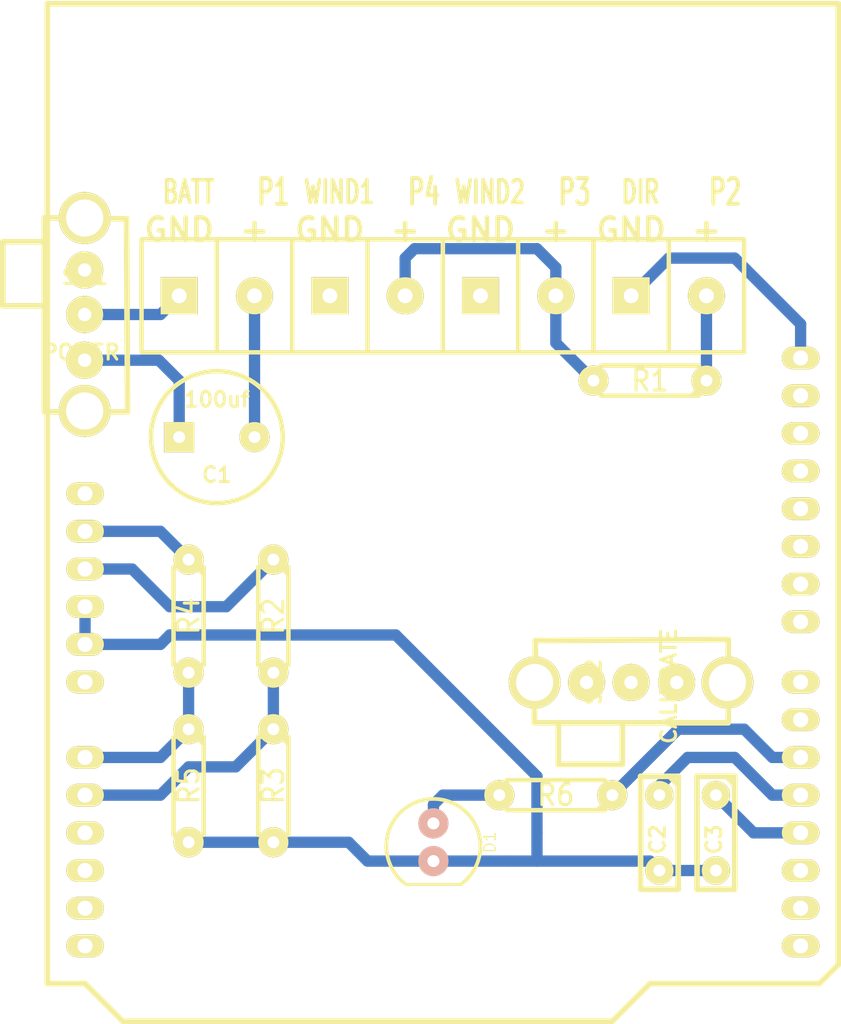
<source format=kicad_pcb>
(kicad_pcb (version 3) (host pcbnew "(2013-07-07 BZR 4022)-stable")

  (general
    (links 32)
    (no_connects 9)
    (area 0 0 0 0)
    (thickness 1.6)
    (drawings 0)
    (tracks 62)
    (zones 0)
    (modules 17)
    (nets 13)
  )

  (page A3)
  (layers
    (15 F.Cu signal)
    (0 B.Cu signal)
    (16 B.Adhes user)
    (17 F.Adhes user)
    (18 B.Paste user)
    (19 F.Paste user)
    (20 B.SilkS user)
    (21 F.SilkS user)
    (22 B.Mask user)
    (23 F.Mask user)
    (24 Dwgs.User user)
    (25 Cmts.User user)
    (26 Eco1.User user)
    (27 Eco2.User user)
    (28 Edge.Cuts user)
  )

  (setup
    (last_trace_width 0.762)
    (trace_clearance 0.254)
    (zone_clearance 0.508)
    (zone_45_only no)
    (trace_min 0.254)
    (segment_width 0.2)
    (edge_width 0.15)
    (via_size 0.889)
    (via_drill 0.635)
    (via_min_size 0.889)
    (via_min_drill 0.508)
    (uvia_size 0.508)
    (uvia_drill 0.127)
    (uvias_allowed no)
    (uvia_min_size 0.508)
    (uvia_min_drill 0.127)
    (pcb_text_width 0.3)
    (pcb_text_size 1.5 1.5)
    (mod_edge_width 0.15)
    (mod_text_size 1.5 1.5)
    (mod_text_width 0.15)
    (pad_size 1.4 1.4)
    (pad_drill 0.6)
    (pad_to_mask_clearance 0.2)
    (aux_axis_origin 0 0)
    (visible_elements FFFFFFBF)
    (pcbplotparams
      (layerselection 3178497)
      (usegerberextensions true)
      (excludeedgelayer true)
      (linewidth 0.150000)
      (plotframeref false)
      (viasonmask false)
      (mode 1)
      (useauxorigin false)
      (hpglpennumber 1)
      (hpglpenspeed 20)
      (hpglpendiameter 15)
      (hpglpenoverlay 2)
      (psnegative false)
      (psa4output false)
      (plotreference true)
      (plotvalue true)
      (plotothertext true)
      (plotinvisibletext false)
      (padsonsilk false)
      (subtractmaskfromsilk false)
      (outputformat 1)
      (mirror false)
      (drillshape 1)
      (scaleselection 1)
      (outputdirectory ""))
  )

  (net 0 "")
  (net 1 +BATT)
  (net 2 GND)
  (net 3 N-000001)
  (net 4 N-0000014)
  (net 5 N-0000018)
  (net 6 N-000002)
  (net 7 N-0000026)
  (net 8 N-0000027)
  (net 9 N-000003)
  (net 10 N-000006)
  (net 11 N-000007)
  (net 12 N-000008)

  (net_class Default "This is the default net class."
    (clearance 0.254)
    (trace_width 0.762)
    (via_dia 0.889)
    (via_drill 0.635)
    (uvia_dia 0.508)
    (uvia_drill 0.127)
    (add_net "")
    (add_net +BATT)
    (add_net GND)
    (add_net N-000001)
    (add_net N-0000014)
    (add_net N-0000018)
    (add_net N-000002)
    (add_net N-0000026)
    (add_net N-0000027)
    (add_net N-000003)
    (add_net N-000006)
    (add_net N-000007)
    (add_net N-000008)
  )

  (module SW_SPDT_rapid_760271 (layer F.Cu) (tedit 4E381529) (tstamp 53BEAE50)
    (at 53.975 45.72 180)
    (descr "Switch inverseur")
    (tags "SWITCH DEV")
    (path /53BEAF7F)
    (fp_text reference SW1 (at 0 2.54 360) (layer F.SilkS)
      (effects (font (size 1.016 1.016) (thickness 0.2032)))
    )
    (fp_text value POWER (at 0.254 -2.54 360) (layer F.SilkS)
      (effects (font (size 1.016 1.016) (thickness 0.2032)))
    )
    (fp_line (start -2.794 6.4516) (end 2.7432 6.5278) (layer F.SilkS) (width 0.381))
    (fp_line (start 2.7432 6.5278) (end 2.7432 -6.5532) (layer F.SilkS) (width 0.381))
    (fp_line (start -2.8702 -6.5532) (end -2.794 6.477) (layer F.SilkS) (width 0.381))
    (fp_line (start -2.8702 -6.5532) (end 2.7178 -6.5532) (layer F.SilkS) (width 0.381))
    (fp_line (start 3.00482 4.90982) (end 5.54482 4.90982) (layer F.SilkS) (width 0.381))
    (fp_line (start 5.54482 4.90982) (end 5.54482 0.59182) (layer F.SilkS) (width 0.381))
    (fp_line (start 5.54482 0.59182) (end 3.00482 0.59182) (layer F.SilkS) (width 0.381))
    (pad 2 thru_hole circle (at 0.0254 0.00762 180) (size 2.49936 2.49936) (drill 0.89916)
      (layers *.Cu *.Mask F.SilkS)
      (net 3 N-000001)
    )
    (pad 1 thru_hole circle (at 0.0254 -3.0734 180) (size 2.49936 2.49936) (drill 0.89916)
      (layers *.Cu *.Mask F.SilkS)
      (net 1 +BATT)
    )
    (pad 3 thru_hole circle (at 0.0254 3.00736 180) (size 2.49936 2.49936) (drill 0.89916)
      (layers *.Cu *.Mask F.SilkS)
    )
    (pad 4 thru_hole circle (at 0.0254 -6.49224 180) (size 3.50012 3.50012) (drill 2.49936)
      (layers *.Cu *.Mask F.SilkS)
    )
    (pad 5 thru_hole circle (at 0.0254 6.50748 180) (size 3.50012 3.50012) (drill 2.49936)
      (layers *.Cu *.Mask F.SilkS)
    )
  )

  (module SW_SPDT_rapid_760271 (layer F.Cu) (tedit 4E381529) (tstamp 53BEAE60)
    (at 90.805 70.485 270)
    (descr "Switch inverseur")
    (tags "SWITCH DEV")
    (path /53BEAF66)
    (fp_text reference SW2 (at 0 2.54 450) (layer F.SilkS)
      (effects (font (size 1.016 1.016) (thickness 0.2032)))
    )
    (fp_text value CALIBRATE (at 0.254 -2.54 450) (layer F.SilkS)
      (effects (font (size 1.016 1.016) (thickness 0.2032)))
    )
    (fp_line (start -2.794 6.4516) (end 2.7432 6.5278) (layer F.SilkS) (width 0.381))
    (fp_line (start 2.7432 6.5278) (end 2.7432 -6.5532) (layer F.SilkS) (width 0.381))
    (fp_line (start -2.8702 -6.5532) (end -2.794 6.477) (layer F.SilkS) (width 0.381))
    (fp_line (start -2.8702 -6.5532) (end 2.7178 -6.5532) (layer F.SilkS) (width 0.381))
    (fp_line (start 3.00482 4.90982) (end 5.54482 4.90982) (layer F.SilkS) (width 0.381))
    (fp_line (start 5.54482 4.90982) (end 5.54482 0.59182) (layer F.SilkS) (width 0.381))
    (fp_line (start 5.54482 0.59182) (end 3.00482 0.59182) (layer F.SilkS) (width 0.381))
    (pad 2 thru_hole circle (at 0.0254 0.00762 270) (size 2.49936 2.49936) (drill 0.89916)
      (layers *.Cu *.Mask F.SilkS)
      (net 2 GND)
    )
    (pad 1 thru_hole circle (at 0.0254 -3.0734 270) (size 2.49936 2.49936) (drill 0.89916)
      (layers *.Cu *.Mask F.SilkS)
      (net 6 N-000002)
    )
    (pad 3 thru_hole circle (at 0.0254 3.00736 270) (size 2.49936 2.49936) (drill 0.89916)
      (layers *.Cu *.Mask F.SilkS)
    )
    (pad 4 thru_hole circle (at 0.0254 -6.49224 270) (size 3.50012 3.50012) (drill 2.49936)
      (layers *.Cu *.Mask F.SilkS)
    )
    (pad 5 thru_hole circle (at 0.0254 6.50748 270) (size 3.50012 3.50012) (drill 2.49936)
      (layers *.Cu *.Mask F.SilkS)
    )
  )

  (module SIL-2_screw_terminal (layer F.Cu) (tedit 5319E33E) (tstamp 53BEAE6D)
    (at 60.325 44.45)
    (descr "Connecteurs 2 pins")
    (tags "CONN DEV")
    (path /53BEA9F6)
    (fp_text reference P1 (at 6.35 -6.985) (layer F.SilkS)
      (effects (font (size 1.72974 1.08712) (thickness 0.27178)))
    )
    (fp_text value BATT (at 0.635 -6.985) (layer F.SilkS)
      (effects (font (size 1.524 1.016) (thickness 0.254)))
    )
    (fp_line (start -2.54 3.81) (end 7.62 3.81) (layer F.SilkS) (width 0.3))
    (fp_line (start -2.54 -3.81) (end 7.62 -3.81) (layer F.SilkS) (width 0.3))
    (fp_line (start 7.62 3.81) (end 7.62 -3.81) (layer F.SilkS) (width 0.3))
    (fp_line (start 2.54 -3.81) (end 2.54 3.81) (layer F.SilkS) (width 0.3))
    (fp_line (start -2.54 3.81) (end -2.54 -3.81) (layer F.SilkS) (width 0.3))
    (fp_text user GND (at 0 -4.445) (layer F.SilkS)
      (effects (font (size 1.524 1.524) (thickness 0.3048)))
    )
    (fp_text user + (at 5.08 -4.445) (layer F.SilkS)
      (effects (font (size 1.524 1.524) (thickness 0.3048)))
    )
    (pad 1 thru_hole rect (at 0 0) (size 2.49936 2.49936) (drill 1.00076)
      (layers *.Cu *.Mask F.SilkS)
      (net 3 N-000001)
    )
    (pad 2 thru_hole circle (at 5.08 0) (size 2.49936 2.49936) (drill 1.00076)
      (layers *.Cu *.Mask F.SilkS)
      (net 10 N-000006)
    )
  )

  (module SIL-2_screw_terminal (layer F.Cu) (tedit 5319E33E) (tstamp 53BEAE7A)
    (at 70.485 44.45)
    (descr "Connecteurs 2 pins")
    (tags "CONN DEV")
    (path /53BEAA05)
    (fp_text reference P4 (at 6.35 -6.985) (layer F.SilkS)
      (effects (font (size 1.72974 1.08712) (thickness 0.27178)))
    )
    (fp_text value WIND1 (at 0.635 -6.985) (layer F.SilkS)
      (effects (font (size 1.524 1.016) (thickness 0.254)))
    )
    (fp_line (start -2.54 3.81) (end 7.62 3.81) (layer F.SilkS) (width 0.3))
    (fp_line (start -2.54 -3.81) (end 7.62 -3.81) (layer F.SilkS) (width 0.3))
    (fp_line (start 7.62 3.81) (end 7.62 -3.81) (layer F.SilkS) (width 0.3))
    (fp_line (start 2.54 -3.81) (end 2.54 3.81) (layer F.SilkS) (width 0.3))
    (fp_line (start -2.54 3.81) (end -2.54 -3.81) (layer F.SilkS) (width 0.3))
    (fp_text user GND (at 0 -4.445) (layer F.SilkS)
      (effects (font (size 1.524 1.524) (thickness 0.3048)))
    )
    (fp_text user + (at 5.08 -4.445) (layer F.SilkS)
      (effects (font (size 1.524 1.524) (thickness 0.3048)))
    )
    (pad 1 thru_hole rect (at 0 0) (size 2.49936 2.49936) (drill 1.00076)
      (layers *.Cu *.Mask F.SilkS)
      (net 8 N-0000027)
    )
    (pad 2 thru_hole circle (at 5.08 0) (size 2.49936 2.49936) (drill 1.00076)
      (layers *.Cu *.Mask F.SilkS)
      (net 2 GND)
    )
  )

  (module SIL-2_screw_terminal (layer F.Cu) (tedit 5319E33E) (tstamp 53BEAE87)
    (at 80.645 44.45)
    (descr "Connecteurs 2 pins")
    (tags "CONN DEV")
    (path /53BEAA14)
    (fp_text reference P3 (at 6.35 -6.985) (layer F.SilkS)
      (effects (font (size 1.72974 1.08712) (thickness 0.27178)))
    )
    (fp_text value WIND2 (at 0.635 -6.985) (layer F.SilkS)
      (effects (font (size 1.524 1.016) (thickness 0.254)))
    )
    (fp_line (start -2.54 3.81) (end 7.62 3.81) (layer F.SilkS) (width 0.3))
    (fp_line (start -2.54 -3.81) (end 7.62 -3.81) (layer F.SilkS) (width 0.3))
    (fp_line (start 7.62 3.81) (end 7.62 -3.81) (layer F.SilkS) (width 0.3))
    (fp_line (start 2.54 -3.81) (end 2.54 3.81) (layer F.SilkS) (width 0.3))
    (fp_line (start -2.54 3.81) (end -2.54 -3.81) (layer F.SilkS) (width 0.3))
    (fp_text user GND (at 0 -4.445) (layer F.SilkS)
      (effects (font (size 1.524 1.524) (thickness 0.3048)))
    )
    (fp_text user + (at 5.08 -4.445) (layer F.SilkS)
      (effects (font (size 1.524 1.524) (thickness 0.3048)))
    )
    (pad 1 thru_hole rect (at 0 0) (size 2.49936 2.49936) (drill 1.00076)
      (layers *.Cu *.Mask F.SilkS)
      (net 7 N-0000026)
    )
    (pad 2 thru_hole circle (at 5.08 0) (size 2.49936 2.49936) (drill 1.00076)
      (layers *.Cu *.Mask F.SilkS)
      (net 2 GND)
    )
  )

  (module SIL-2_screw_terminal (layer F.Cu) (tedit 5319E33E) (tstamp 53BEAE94)
    (at 90.805 44.45)
    (descr "Connecteurs 2 pins")
    (tags "CONN DEV")
    (path /53BEAA23)
    (fp_text reference P2 (at 6.35 -6.985) (layer F.SilkS)
      (effects (font (size 1.72974 1.08712) (thickness 0.27178)))
    )
    (fp_text value DIR (at 0.635 -6.985) (layer F.SilkS)
      (effects (font (size 1.524 1.016) (thickness 0.254)))
    )
    (fp_line (start -2.54 3.81) (end 7.62 3.81) (layer F.SilkS) (width 0.3))
    (fp_line (start -2.54 -3.81) (end 7.62 -3.81) (layer F.SilkS) (width 0.3))
    (fp_line (start 7.62 3.81) (end 7.62 -3.81) (layer F.SilkS) (width 0.3))
    (fp_line (start 2.54 -3.81) (end 2.54 3.81) (layer F.SilkS) (width 0.3))
    (fp_line (start -2.54 3.81) (end -2.54 -3.81) (layer F.SilkS) (width 0.3))
    (fp_text user GND (at 0 -4.445) (layer F.SilkS)
      (effects (font (size 1.524 1.524) (thickness 0.3048)))
    )
    (fp_text user + (at 5.08 -4.445) (layer F.SilkS)
      (effects (font (size 1.524 1.524) (thickness 0.3048)))
    )
    (pad 1 thru_hole rect (at 0 0) (size 2.49936 2.49936) (drill 1.00076)
      (layers *.Cu *.Mask F.SilkS)
      (net 12 N-000008)
    )
    (pad 2 thru_hole circle (at 5.08 0) (size 2.49936 2.49936) (drill 1.00076)
      (layers *.Cu *.Mask F.SilkS)
      (net 9 N-000003)
    )
  )

  (module R3-LARGE_PADS_0_8_hole (layer F.Cu) (tedit 4E9EA045) (tstamp 53BEAEA2)
    (at 60.96 77.47 270)
    (descr "Resitance 3 pas")
    (tags R)
    (path /4F85A7C7)
    (autoplace_cost180 10)
    (fp_text reference R5 (at 0 0 270) (layer F.SilkS)
      (effects (font (size 1.397 1.27) (thickness 0.2032)))
    )
    (fp_text value "Therm 47k" (at 0 0 270) (layer F.SilkS) hide
      (effects (font (size 1.397 1.27) (thickness 0.2032)))
    )
    (fp_line (start -3.81 0) (end -3.302 0) (layer F.SilkS) (width 0.3048))
    (fp_line (start 3.81 0) (end 3.302 0) (layer F.SilkS) (width 0.3048))
    (fp_line (start 3.302 0) (end 3.302 -1.016) (layer F.SilkS) (width 0.3048))
    (fp_line (start 3.302 -1.016) (end -3.302 -1.016) (layer F.SilkS) (width 0.3048))
    (fp_line (start -3.302 -1.016) (end -3.302 1.016) (layer F.SilkS) (width 0.3048))
    (fp_line (start -3.302 1.016) (end 3.302 1.016) (layer F.SilkS) (width 0.3048))
    (fp_line (start 3.302 1.016) (end 3.302 0) (layer F.SilkS) (width 0.3048))
    (fp_line (start -3.302 -0.508) (end -2.794 -1.016) (layer F.SilkS) (width 0.3048))
    (pad 1 thru_hole circle (at -3.81 0 270) (size 2.032 2.032) (drill 0.8001)
      (layers *.Cu *.Mask F.SilkS)
      (net 11 N-000007)
    )
    (pad 2 thru_hole circle (at 3.81 0 270) (size 2.032 2.032) (drill 0.8001)
      (layers *.Cu *.Mask F.SilkS)
      (net 2 GND)
    )
    (model discret/resistor.wrl
      (at (xyz 0 0 0))
      (scale (xyz 0.3 0.3 0.3))
      (rotate (xyz 0 0 0))
    )
  )

  (module R3-LARGE_PADS_0_8_hole (layer F.Cu) (tedit 4E9EA045) (tstamp 53BEAEB0)
    (at 60.96 66.04 270)
    (descr "Resitance 3 pas")
    (tags R)
    (path /4F85A777)
    (autoplace_cost180 10)
    (fp_text reference R4 (at 0 0 270) (layer F.SilkS)
      (effects (font (size 1.397 1.27) (thickness 0.2032)))
    )
    (fp_text value 47k (at 0 0 270) (layer F.SilkS) hide
      (effects (font (size 1.397 1.27) (thickness 0.2032)))
    )
    (fp_line (start -3.81 0) (end -3.302 0) (layer F.SilkS) (width 0.3048))
    (fp_line (start 3.81 0) (end 3.302 0) (layer F.SilkS) (width 0.3048))
    (fp_line (start 3.302 0) (end 3.302 -1.016) (layer F.SilkS) (width 0.3048))
    (fp_line (start 3.302 -1.016) (end -3.302 -1.016) (layer F.SilkS) (width 0.3048))
    (fp_line (start -3.302 -1.016) (end -3.302 1.016) (layer F.SilkS) (width 0.3048))
    (fp_line (start -3.302 1.016) (end 3.302 1.016) (layer F.SilkS) (width 0.3048))
    (fp_line (start 3.302 1.016) (end 3.302 0) (layer F.SilkS) (width 0.3048))
    (fp_line (start -3.302 -0.508) (end -2.794 -1.016) (layer F.SilkS) (width 0.3048))
    (pad 1 thru_hole circle (at -3.81 0 270) (size 2.032 2.032) (drill 0.8001)
      (layers *.Cu *.Mask F.SilkS)
      (net 12 N-000008)
    )
    (pad 2 thru_hole circle (at 3.81 0 270) (size 2.032 2.032) (drill 0.8001)
      (layers *.Cu *.Mask F.SilkS)
      (net 11 N-000007)
    )
    (model discret/resistor.wrl
      (at (xyz 0 0 0))
      (scale (xyz 0.3 0.3 0.3))
      (rotate (xyz 0 0 0))
    )
  )

  (module R3-LARGE_PADS_0_8_hole (layer F.Cu) (tedit 4E9EA045) (tstamp 53BEAEBE)
    (at 66.675 66.04 270)
    (descr "Resitance 3 pas")
    (tags R)
    (path /4F859DAB)
    (autoplace_cost180 10)
    (fp_text reference R2 (at 0 0 270) (layer F.SilkS)
      (effects (font (size 1.397 1.27) (thickness 0.2032)))
    )
    (fp_text value 47k (at 0 0 270) (layer F.SilkS) hide
      (effects (font (size 1.397 1.27) (thickness 0.2032)))
    )
    (fp_line (start -3.81 0) (end -3.302 0) (layer F.SilkS) (width 0.3048))
    (fp_line (start 3.81 0) (end 3.302 0) (layer F.SilkS) (width 0.3048))
    (fp_line (start 3.302 0) (end 3.302 -1.016) (layer F.SilkS) (width 0.3048))
    (fp_line (start 3.302 -1.016) (end -3.302 -1.016) (layer F.SilkS) (width 0.3048))
    (fp_line (start -3.302 -1.016) (end -3.302 1.016) (layer F.SilkS) (width 0.3048))
    (fp_line (start -3.302 1.016) (end 3.302 1.016) (layer F.SilkS) (width 0.3048))
    (fp_line (start 3.302 1.016) (end 3.302 0) (layer F.SilkS) (width 0.3048))
    (fp_line (start -3.302 -0.508) (end -2.794 -1.016) (layer F.SilkS) (width 0.3048))
    (pad 1 thru_hole circle (at -3.81 0 270) (size 2.032 2.032) (drill 0.8001)
      (layers *.Cu *.Mask F.SilkS)
      (net 1 +BATT)
    )
    (pad 2 thru_hole circle (at 3.81 0 270) (size 2.032 2.032) (drill 0.8001)
      (layers *.Cu *.Mask F.SilkS)
      (net 10 N-000006)
    )
    (model discret/resistor.wrl
      (at (xyz 0 0 0))
      (scale (xyz 0.3 0.3 0.3))
      (rotate (xyz 0 0 0))
    )
  )

  (module R3-LARGE_PADS_0_8_hole (layer F.Cu) (tedit 4E9EA045) (tstamp 53BEAECC)
    (at 66.675 77.47 270)
    (descr "Resitance 3 pas")
    (tags R)
    (path /4F859DA5)
    (autoplace_cost180 10)
    (fp_text reference R3 (at 0 0 270) (layer F.SilkS)
      (effects (font (size 1.397 1.27) (thickness 0.2032)))
    )
    (fp_text value 47k (at 0 0 270) (layer F.SilkS) hide
      (effects (font (size 1.397 1.27) (thickness 0.2032)))
    )
    (fp_line (start -3.81 0) (end -3.302 0) (layer F.SilkS) (width 0.3048))
    (fp_line (start 3.81 0) (end 3.302 0) (layer F.SilkS) (width 0.3048))
    (fp_line (start 3.302 0) (end 3.302 -1.016) (layer F.SilkS) (width 0.3048))
    (fp_line (start 3.302 -1.016) (end -3.302 -1.016) (layer F.SilkS) (width 0.3048))
    (fp_line (start -3.302 -1.016) (end -3.302 1.016) (layer F.SilkS) (width 0.3048))
    (fp_line (start -3.302 1.016) (end 3.302 1.016) (layer F.SilkS) (width 0.3048))
    (fp_line (start 3.302 1.016) (end 3.302 0) (layer F.SilkS) (width 0.3048))
    (fp_line (start -3.302 -0.508) (end -2.794 -1.016) (layer F.SilkS) (width 0.3048))
    (pad 1 thru_hole circle (at -3.81 0 270) (size 2.032 2.032) (drill 0.8001)
      (layers *.Cu *.Mask F.SilkS)
      (net 10 N-000006)
    )
    (pad 2 thru_hole circle (at 3.81 0 270) (size 2.032 2.032) (drill 0.8001)
      (layers *.Cu *.Mask F.SilkS)
      (net 2 GND)
    )
    (model discret/resistor.wrl
      (at (xyz 0 0 0))
      (scale (xyz 0.3 0.3 0.3))
      (rotate (xyz 0 0 0))
    )
  )

  (module R3-LARGE_PADS_0_8_hole (layer F.Cu) (tedit 4E9EA045) (tstamp 53BEAEDA)
    (at 85.725 78.105 180)
    (descr "Resitance 3 pas")
    (tags R)
    (path /4F8597AB)
    (autoplace_cost180 10)
    (fp_text reference R6 (at 0 0 180) (layer F.SilkS)
      (effects (font (size 1.397 1.27) (thickness 0.2032)))
    )
    (fp_text value 1k (at 0 0 180) (layer F.SilkS) hide
      (effects (font (size 1.397 1.27) (thickness 0.2032)))
    )
    (fp_line (start -3.81 0) (end -3.302 0) (layer F.SilkS) (width 0.3048))
    (fp_line (start 3.81 0) (end 3.302 0) (layer F.SilkS) (width 0.3048))
    (fp_line (start 3.302 0) (end 3.302 -1.016) (layer F.SilkS) (width 0.3048))
    (fp_line (start 3.302 -1.016) (end -3.302 -1.016) (layer F.SilkS) (width 0.3048))
    (fp_line (start -3.302 -1.016) (end -3.302 1.016) (layer F.SilkS) (width 0.3048))
    (fp_line (start -3.302 1.016) (end 3.302 1.016) (layer F.SilkS) (width 0.3048))
    (fp_line (start 3.302 1.016) (end 3.302 0) (layer F.SilkS) (width 0.3048))
    (fp_line (start -3.302 -0.508) (end -2.794 -1.016) (layer F.SilkS) (width 0.3048))
    (pad 1 thru_hole circle (at -3.81 0 180) (size 2.032 2.032) (drill 0.8001)
      (layers *.Cu *.Mask F.SilkS)
      (net 5 N-0000018)
    )
    (pad 2 thru_hole circle (at 3.81 0 180) (size 2.032 2.032) (drill 0.8001)
      (layers *.Cu *.Mask F.SilkS)
      (net 4 N-0000014)
    )
    (model discret/resistor.wrl
      (at (xyz 0 0 0))
      (scale (xyz 0.3 0.3 0.3))
      (rotate (xyz 0 0 0))
    )
  )

  (module R3-LARGE_PADS_0_8_hole (layer F.Cu) (tedit 4E9EA045) (tstamp 53BEAEE8)
    (at 92.075 50.165 180)
    (descr "Resitance 3 pas")
    (tags R)
    (path /4F8595A5)
    (autoplace_cost180 10)
    (fp_text reference R1 (at 0 0 180) (layer F.SilkS)
      (effects (font (size 1.397 1.27) (thickness 0.2032)))
    )
    (fp_text value 10k (at 0 0 180) (layer F.SilkS) hide
      (effects (font (size 1.397 1.27) (thickness 0.2032)))
    )
    (fp_line (start -3.81 0) (end -3.302 0) (layer F.SilkS) (width 0.3048))
    (fp_line (start 3.81 0) (end 3.302 0) (layer F.SilkS) (width 0.3048))
    (fp_line (start 3.302 0) (end 3.302 -1.016) (layer F.SilkS) (width 0.3048))
    (fp_line (start 3.302 -1.016) (end -3.302 -1.016) (layer F.SilkS) (width 0.3048))
    (fp_line (start -3.302 -1.016) (end -3.302 1.016) (layer F.SilkS) (width 0.3048))
    (fp_line (start -3.302 1.016) (end 3.302 1.016) (layer F.SilkS) (width 0.3048))
    (fp_line (start 3.302 1.016) (end 3.302 0) (layer F.SilkS) (width 0.3048))
    (fp_line (start -3.302 -0.508) (end -2.794 -1.016) (layer F.SilkS) (width 0.3048))
    (pad 1 thru_hole circle (at -3.81 0 180) (size 2.032 2.032) (drill 0.8001)
      (layers *.Cu *.Mask F.SilkS)
      (net 9 N-000003)
    )
    (pad 2 thru_hole circle (at 3.81 0 180) (size 2.032 2.032) (drill 0.8001)
      (layers *.Cu *.Mask F.SilkS)
      (net 2 GND)
    )
    (model discret/resistor.wrl
      (at (xyz 0 0 0))
      (scale (xyz 0.3 0.3 0.3))
      (rotate (xyz 0 0 0))
    )
  )

  (module LED-5MM_larg_pad (layer F.Cu) (tedit 521E15C1) (tstamp 53BEAEF0)
    (at 77.47 81.28 270)
    (descr "LED 5mm - Lead pitch 100mil (2,54mm)")
    (tags "LED led 5mm 5MM 100mil 2,54mm")
    (path /4F8597B7)
    (attr virtual)
    (fp_text reference D1 (at 0 -3.81 270) (layer F.SilkS)
      (effects (font (size 0.762 0.762) (thickness 0.0889)))
    )
    (fp_text value DATA (at 0 3.81 270) (layer F.SilkS) hide
      (effects (font (size 0.762 0.762) (thickness 0.0889)))
    )
    (fp_line (start 2.8448 1.905) (end 2.8448 -1.905) (layer F.SilkS) (width 0.2032))
    (fp_arc (start 0.254 0) (end 2.794 1.905) (angle 286.2) (layer F.SilkS) (width 0.254))
    (pad 1 thru_hole circle (at -1.27 0 270) (size 2.032 2.032) (drill 0.8128)
      (layers *.Cu *.SilkS *.Mask F.Paste)
      (net 4 N-0000014)
    )
    (pad 2 thru_hole circle (at 1.27 0 270) (size 2.032 2.032) (drill 0.8128)
      (layers *.Cu *.SilkS *.Mask F.Paste)
      (net 2 GND)
    )
    (model discret/leds/led5_vertical_verde.wrl
      (at (xyz 0 0 0))
      (scale (xyz 1 1 1))
      (rotate (xyz 0 0 0))
    )
  )

  (module C2V8_large_pad (layer F.Cu) (tedit 4E9EA5D6) (tstamp 53BEAEF7)
    (at 62.865 53.975)
    (descr "Condensateur polarise")
    (tags CP)
    (path /53BEB323)
    (fp_text reference C1 (at 0 2.54) (layer F.SilkS)
      (effects (font (size 1.016 1.016) (thickness 0.2032)))
    )
    (fp_text value 100uf (at 0 -2.54) (layer F.SilkS)
      (effects (font (size 1.016 1.016) (thickness 0.2032)))
    )
    (fp_circle (center 0 0) (end -4.445 0) (layer F.SilkS) (width 0.3048))
    (pad 1 thru_hole rect (at -2.54 0) (size 2.032 2.032) (drill 0.8001)
      (layers *.Cu *.Mask F.SilkS)
      (net 1 +BATT)
    )
    (pad 2 thru_hole circle (at 2.54 0) (size 2.032 2.032) (drill 0.8001)
      (layers *.Cu *.Mask F.SilkS)
      (net 10 N-000006)
    )
    (model discret/c_vert_c2v10.wrl
      (at (xyz 0 0 0))
      (scale (xyz 1 1 1))
      (rotate (xyz 0 0 0))
    )
  )

  (module C1_wide_lg_pad_2 (layer F.Cu) (tedit 4E38197A) (tstamp 53BEAF02)
    (at 92.71 79.375 270)
    (descr "Condensateur e = 1 pas")
    (tags C)
    (path /4F85979E)
    (fp_text reference C2 (at 1.7145 0.127 270) (layer F.SilkS)
      (effects (font (size 1.016 1.016) (thickness 0.2032)))
    )
    (fp_text value C (at 0 -2.286 270) (layer F.SilkS) hide
      (effects (font (size 1.016 1.016) (thickness 0.2032)))
    )
    (fp_line (start -2.54 -1.27) (end -2.54 1.27) (layer F.SilkS) (width 0.381))
    (fp_line (start -2.54 1.27) (end 5.08 1.27) (layer F.SilkS) (width 0.381))
    (fp_line (start 5.08 1.27) (end 5.08 -1.27) (layer F.SilkS) (width 0.381))
    (fp_line (start 5.08 -1.27) (end -2.54 -1.27) (layer F.SilkS) (width 0.381))
    (fp_line (start -2.54 -0.635) (end -1.905 -1.27) (layer F.SilkS) (width 0.3048))
    (pad 1 thru_hole circle (at -1.27 0 270) (size 1.905 1.905) (drill 0.8001)
      (layers *.Cu *.Mask F.SilkS)
      (net 7 N-0000026)
    )
    (pad 2 thru_hole circle (at 3.81 0 270) (size 1.905 1.905) (drill 0.8001)
      (layers *.Cu *.Mask F.SilkS)
      (net 2 GND)
    )
    (model discret/capa_1_pas.wrl
      (at (xyz 0 0 0))
      (scale (xyz 1 1 1))
      (rotate (xyz 0 0 0))
    )
  )

  (module C1_wide_lg_pad_2 (layer F.Cu) (tedit 4E38197A) (tstamp 53BEAF0D)
    (at 96.52 79.375 270)
    (descr "Condensateur e = 1 pas")
    (tags C)
    (path /53BEB1FB)
    (fp_text reference C3 (at 1.7145 0.127 270) (layer F.SilkS)
      (effects (font (size 1.016 1.016) (thickness 0.2032)))
    )
    (fp_text value C (at 0 -2.286 270) (layer F.SilkS) hide
      (effects (font (size 1.016 1.016) (thickness 0.2032)))
    )
    (fp_line (start -2.54 -1.27) (end -2.54 1.27) (layer F.SilkS) (width 0.381))
    (fp_line (start -2.54 1.27) (end 5.08 1.27) (layer F.SilkS) (width 0.381))
    (fp_line (start 5.08 1.27) (end 5.08 -1.27) (layer F.SilkS) (width 0.381))
    (fp_line (start 5.08 -1.27) (end -2.54 -1.27) (layer F.SilkS) (width 0.381))
    (fp_line (start -2.54 -0.635) (end -1.905 -1.27) (layer F.SilkS) (width 0.3048))
    (pad 1 thru_hole circle (at -1.27 0 270) (size 1.905 1.905) (drill 0.8001)
      (layers *.Cu *.Mask F.SilkS)
      (net 8 N-0000027)
    )
    (pad 2 thru_hole circle (at 3.81 0 270) (size 1.905 1.905) (drill 0.8001)
      (layers *.Cu *.Mask F.SilkS)
      (net 2 GND)
    )
    (model discret/capa_1_pas.wrl
      (at (xyz 0 0 0))
      (scale (xyz 1 1 1))
      (rotate (xyz 0 0 0))
    )
  )

  (module ARDUINO_SHIELD_040pins_no_hole (layer F.Cu) (tedit 500ECAEF) (tstamp 53BEAF36)
    (at 51.435 24.765 270)
    (path /500E6E21)
    (fp_text reference SHIELD1 (at 6.731 -50.292 270) (layer F.SilkS) hide
      (effects (font (size 1.524 1.524) (thickness 0.3048)))
    )
    (fp_text value ARDUINO_SHIELD (at 10.795 -42.926 270) (layer F.SilkS) hide
      (effects (font (size 1.524 1.524) (thickness 0.3048)))
    )
    (fp_line (start 66.04 -40.64) (end 66.04 -52.07) (layer F.SilkS) (width 0.381))
    (fp_line (start 66.04 -52.07) (end 64.77 -53.34) (layer F.SilkS) (width 0.381))
    (fp_line (start 64.77 -53.34) (end 0 -53.34) (layer F.SilkS) (width 0.381))
    (fp_line (start 66.04 0) (end 0 0) (layer F.SilkS) (width 0.381))
    (fp_line (start 0 0) (end 0 -53.34) (layer F.SilkS) (width 0.381))
    (fp_line (start 66.04 -40.64) (end 68.58 -38.1) (layer F.SilkS) (width 0.381))
    (fp_line (start 68.58 -38.1) (end 68.58 -5.08) (layer F.SilkS) (width 0.381))
    (fp_line (start 68.58 -5.08) (end 66.04 -2.54) (layer F.SilkS) (width 0.381))
    (fp_line (start 66.04 -2.54) (end 66.04 0) (layer F.SilkS) (width 0.381))
    (pad AD5 thru_hole oval (at 63.5 -2.54) (size 2.54 1.524) (drill 1.016)
      (layers *.Cu *.Mask F.SilkS)
    )
    (pad AD4 thru_hole oval (at 60.96 -2.54) (size 2.54 1.524) (drill 1.016)
      (layers *.Cu *.Mask F.SilkS)
    )
    (pad AD3 thru_hole oval (at 58.42 -2.54) (size 2.54 1.524) (drill 1.016)
      (layers *.Cu *.Mask F.SilkS)
    )
    (pad AD0 thru_hole oval (at 50.8 -2.54) (size 2.54 1.524) (drill 1.016)
      (layers *.Cu *.Mask F.SilkS)
      (net 11 N-000007)
    )
    (pad AD1 thru_hole oval (at 53.34 -2.54) (size 2.54 1.524) (drill 1.016)
      (layers *.Cu *.Mask F.SilkS)
      (net 10 N-000006)
    )
    (pad AD2 thru_hole oval (at 55.88 -2.54) (size 2.54 1.524) (drill 1.016)
      (layers *.Cu *.Mask F.SilkS)
      (net 9 N-000003)
    )
    (pad V_IN thru_hole oval (at 45.72 -2.54) (size 2.54 1.524) (drill 1.016)
      (layers *.Cu *.Mask F.SilkS)
    )
    (pad GND2 thru_hole oval (at 43.18 -2.54) (size 2.54 1.524) (drill 1.016)
      (layers *.Cu *.Mask F.SilkS)
      (net 2 GND)
    )
    (pad GND1 thru_hole oval (at 40.64 -2.54) (size 2.54 1.524) (drill 1.016)
      (layers *.Cu *.Mask F.SilkS)
      (net 2 GND)
    )
    (pad 3V3 thru_hole oval (at 35.56 -2.54) (size 2.54 1.524) (drill 1.016)
      (layers *.Cu *.Mask F.SilkS)
      (net 12 N-000008)
    )
    (pad RST thru_hole oval (at 33.02 -2.54) (size 2.54 1.524) (drill 1.016)
      (layers *.Cu *.Mask F.SilkS)
    )
    (pad 0 thru_hole oval (at 63.5 -50.8) (size 2.54 1.524) (drill 1.016)
      (layers *.Cu *.Mask F.SilkS)
    )
    (pad 1 thru_hole oval (at 60.96 -50.8) (size 2.54 1.524) (drill 1.016)
      (layers *.Cu *.Mask F.SilkS)
    )
    (pad 2 thru_hole oval (at 58.42 -50.8) (size 2.54 1.524) (drill 1.016)
      (layers *.Cu *.Mask F.SilkS)
    )
    (pad 3 thru_hole oval (at 55.88 -50.8) (size 2.54 1.524) (drill 1.016)
      (layers *.Cu *.Mask F.SilkS)
      (net 8 N-0000027)
    )
    (pad 4 thru_hole oval (at 53.34 -50.8) (size 2.54 1.524) (drill 1.016)
      (layers *.Cu *.Mask F.SilkS)
      (net 7 N-0000026)
    )
    (pad 5 thru_hole oval (at 50.8 -50.8) (size 2.54 1.524) (drill 1.016)
      (layers *.Cu *.Mask F.SilkS)
      (net 5 N-0000018)
    )
    (pad 6 thru_hole oval (at 48.26 -50.8) (size 2.54 1.524) (drill 1.016)
      (layers *.Cu *.Mask F.SilkS)
    )
    (pad 7 thru_hole oval (at 45.72 -50.8) (size 2.54 1.524) (drill 1.016)
      (layers *.Cu *.Mask F.SilkS)
      (net 6 N-000002)
    )
    (pad 8 thru_hole oval (at 41.656 -50.8) (size 2.54 1.524) (drill 1.016)
      (layers *.Cu *.Mask F.SilkS)
    )
    (pad 9 thru_hole oval (at 39.116 -50.8) (size 2.54 1.524) (drill 1.016)
      (layers *.Cu *.Mask F.SilkS)
    )
    (pad 10 thru_hole oval (at 36.576 -50.8) (size 2.54 1.524) (drill 1.016)
      (layers *.Cu *.Mask F.SilkS)
    )
    (pad 11 thru_hole oval (at 34.036 -50.8) (size 2.54 1.524) (drill 1.016)
      (layers *.Cu *.Mask F.SilkS)
    )
    (pad 12 thru_hole oval (at 31.496 -50.8) (size 2.54 1.524) (drill 1.016)
      (layers *.Cu *.Mask F.SilkS)
    )
    (pad 13 thru_hole oval (at 28.956 -50.8) (size 2.54 1.524) (drill 1.016)
      (layers *.Cu *.Mask F.SilkS)
    )
    (pad GND3 thru_hole oval (at 26.416 -50.8) (size 2.54 1.524) (drill 1.016)
      (layers *.Cu *.Mask F.SilkS)
    )
    (pad AREF thru_hole oval (at 23.876 -50.8) (size 2.54 1.524) (drill 1.016)
      (layers *.Cu *.Mask F.SilkS)
      (net 12 N-000008)
    )
    (pad 5V thru_hole oval (at 38.1 -2.54) (size 2.54 1.524) (drill 1.016)
      (layers *.Cu *.Mask F.SilkS)
      (net 1 +BATT)
    )
  )

  (segment (start 53.9496 48.7934) (end 58.9534 48.7934) (width 0.762) (layer B.Cu) (net 1) (status 400000))
  (segment (start 60.325 50.165) (end 60.325 53.975) (width 0.762) (layer B.Cu) (net 1) (tstamp 53BEB219) (status 800000))
  (segment (start 58.9534 48.7934) (end 60.325 50.165) (width 0.762) (layer B.Cu) (net 1) (tstamp 53BEB218))
  (segment (start 53.975 62.865) (end 57.15 62.865) (width 0.762) (layer B.Cu) (net 1))
  (segment (start 63.5 65.405) (end 66.675 62.23) (width 0.762) (layer B.Cu) (net 1) (tstamp 53BEB20F))
  (segment (start 59.69 65.405) (end 63.5 65.405) (width 0.762) (layer B.Cu) (net 1) (tstamp 53BEB20E))
  (segment (start 57.15 62.865) (end 59.69 65.405) (width 0.762) (layer B.Cu) (net 1) (tstamp 53BEB20D))
  (segment (start 85.725 44.45) (end 85.725 47.625) (width 0.762) (layer B.Cu) (net 2) (status 400000))
  (segment (start 85.725 47.625) (end 88.265 50.165) (width 0.762) (layer B.Cu) (net 2) (tstamp 53BEB244) (status 800000))
  (segment (start 75.565 44.45) (end 75.565 41.91) (width 0.762) (layer B.Cu) (net 2) (status 400000))
  (segment (start 85.725 42.545) (end 85.725 44.45) (width 0.762) (layer B.Cu) (net 2) (tstamp 53BEB241) (status 800000))
  (segment (start 84.455 41.275) (end 85.725 42.545) (width 0.762) (layer B.Cu) (net 2) (tstamp 53BEB240))
  (segment (start 76.2 41.275) (end 84.455 41.275) (width 0.762) (layer B.Cu) (net 2) (tstamp 53BEB23F))
  (segment (start 75.565 41.91) (end 76.2 41.275) (width 0.762) (layer B.Cu) (net 2) (tstamp 53BEB23E))
  (segment (start 84.455 80.645) (end 84.455 82.55) (width 0.762) (layer B.Cu) (net 2))
  (segment (start 82.55 82.55) (end 84.455 82.55) (width 0.762) (layer B.Cu) (net 2))
  (segment (start 84.455 82.55) (end 92.075 82.55) (width 0.762) (layer B.Cu) (net 2) (tstamp 53BEB235) (status 800000))
  (segment (start 92.075 82.55) (end 92.71 83.185) (width 0.762) (layer B.Cu) (net 2) (tstamp 53BEB22E) (status C00000))
  (segment (start 66.675 81.28) (end 71.755 81.28) (width 0.762) (layer B.Cu) (net 2) (status 400000))
  (segment (start 73.025 82.55) (end 77.47 82.55) (width 0.762) (layer B.Cu) (net 2) (tstamp 53BEB229) (status 800000))
  (segment (start 71.755 81.28) (end 73.025 82.55) (width 0.762) (layer B.Cu) (net 2) (tstamp 53BEB228))
  (segment (start 60.96 81.28) (end 66.675 81.28) (width 0.762) (layer B.Cu) (net 2) (status C00000))
  (segment (start 53.975 67.945) (end 59.055 67.945) (width 0.762) (layer B.Cu) (net 2) (status 400000))
  (segment (start 59.055 67.945) (end 59.69 67.31) (width 0.762) (layer B.Cu) (net 2) (tstamp 53BEB21C))
  (segment (start 59.69 67.31) (end 74.93 67.31) (width 0.762) (layer B.Cu) (net 2) (tstamp 53BEB21D))
  (segment (start 74.93 67.31) (end 84.455 76.835) (width 0.762) (layer B.Cu) (net 2) (tstamp 53BEB21E))
  (segment (start 84.455 76.835) (end 84.455 80.645) (width 0.762) (layer B.Cu) (net 2) (tstamp 53BEB220))
  (segment (start 82.55 82.55) (end 77.47 82.55) (width 0.762) (layer B.Cu) (net 2) (tstamp 53BEB22C) (status 800000))
  (segment (start 96.52 83.185) (end 92.71 83.185) (width 0.762) (layer B.Cu) (net 2))
  (segment (start 53.975 67.945) (end 53.975 65.405) (width 0.762) (layer B.Cu) (net 2))
  (segment (start 53.9496 45.71238) (end 59.06262 45.71238) (width 0.762) (layer B.Cu) (net 3) (status 400000))
  (segment (start 59.06262 45.71238) (end 60.325 44.45) (width 0.762) (layer B.Cu) (net 3) (tstamp 53BEB215) (status 800000))
  (segment (start 77.47 80.01) (end 77.47 78.74) (width 0.762) (layer B.Cu) (net 4) (status 400000))
  (segment (start 78.105 78.105) (end 81.915 78.105) (width 0.762) (layer B.Cu) (net 4) (tstamp 53BEB239) (status 800000))
  (segment (start 77.47 78.74) (end 78.105 78.105) (width 0.762) (layer B.Cu) (net 4) (tstamp 53BEB238))
  (segment (start 102.235 75.565) (end 100.33 75.565) (width 0.762) (layer B.Cu) (net 5))
  (segment (start 93.98 73.66) (end 89.535 78.105) (width 0.762) (layer B.Cu) (net 5) (tstamp 53BEB1EE))
  (segment (start 98.425 73.66) (end 93.98 73.66) (width 0.762) (layer B.Cu) (net 5) (tstamp 53BEB1ED))
  (segment (start 100.33 75.565) (end 98.425 73.66) (width 0.762) (layer B.Cu) (net 5) (tstamp 53BEB1EC))
  (segment (start 92.71 78.105) (end 92.71 77.47) (width 0.762) (layer B.Cu) (net 7))
  (segment (start 100.33 78.105) (end 102.235 78.105) (width 0.762) (layer B.Cu) (net 7) (tstamp 53BEB1E9))
  (segment (start 97.79 75.565) (end 100.33 78.105) (width 0.762) (layer B.Cu) (net 7) (tstamp 53BEB1E8))
  (segment (start 94.615 75.565) (end 97.79 75.565) (width 0.762) (layer B.Cu) (net 7) (tstamp 53BEB1E7))
  (segment (start 92.71 77.47) (end 94.615 75.565) (width 0.762) (layer B.Cu) (net 7) (tstamp 53BEB1E6))
  (segment (start 102.235 80.645) (end 99.06 80.645) (width 0.762) (layer B.Cu) (net 8))
  (segment (start 99.06 80.645) (end 96.52 78.105) (width 0.762) (layer B.Cu) (net 8) (tstamp 53BEB1E3))
  (segment (start 95.885 50.165) (end 95.885 44.45) (width 0.762) (layer B.Cu) (net 9) (status C00000))
  (segment (start 65.405 53.975) (end 65.405 44.45) (width 0.762) (layer B.Cu) (net 10))
  (segment (start 53.975 78.105) (end 59.055 78.105) (width 0.762) (layer B.Cu) (net 10))
  (segment (start 64.135 76.2) (end 66.675 73.66) (width 0.762) (layer B.Cu) (net 10) (tstamp 53BEB203))
  (segment (start 60.96 76.2) (end 64.135 76.2) (width 0.762) (layer B.Cu) (net 10) (tstamp 53BEB202))
  (segment (start 59.055 78.105) (end 60.96 76.2) (width 0.762) (layer B.Cu) (net 10) (tstamp 53BEB201))
  (segment (start 66.675 73.66) (end 66.675 69.85) (width 0.762) (layer B.Cu) (net 10))
  (segment (start 60.96 73.66) (end 60.96 69.85) (width 0.762) (layer B.Cu) (net 11))
  (segment (start 53.975 75.565) (end 59.055 75.565) (width 0.762) (layer B.Cu) (net 11))
  (segment (start 59.055 75.565) (end 60.96 73.66) (width 0.762) (layer B.Cu) (net 11) (tstamp 53BEB1F4))
  (segment (start 90.805 44.45) (end 93.345 41.91) (width 0.762) (layer B.Cu) (net 12) (status 400000))
  (segment (start 102.235 46.355) (end 102.235 48.641) (width 0.762) (layer B.Cu) (net 12) (tstamp 53BEB249) (status 800000))
  (segment (start 97.79 41.91) (end 102.235 46.355) (width 0.762) (layer B.Cu) (net 12) (tstamp 53BEB248))
  (segment (start 93.345 41.91) (end 97.79 41.91) (width 0.762) (layer B.Cu) (net 12) (tstamp 53BEB247))
  (segment (start 53.975 60.325) (end 59.055 60.325) (width 0.762) (layer B.Cu) (net 12))
  (segment (start 59.055 60.325) (end 60.96 62.23) (width 0.762) (layer B.Cu) (net 12) (tstamp 53BEB20A))

)

</source>
